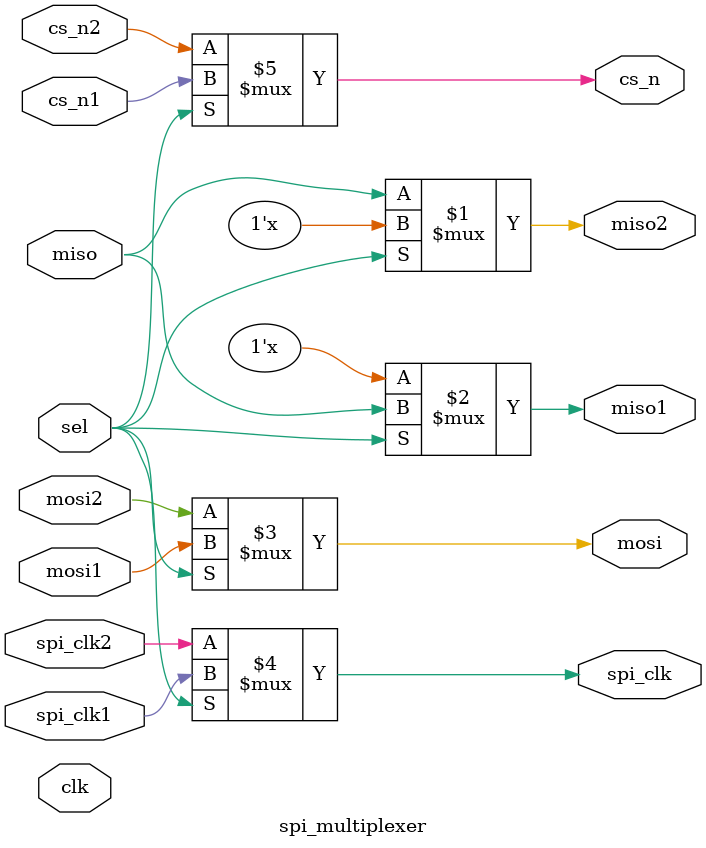
<source format=v>
module spi_multiplexer(
    input wire clk,
    input wire sel,       // Select signal: 1 for module 1, 0 for module 2

    // SPI signals from module 1
    output wire miso1,
    input wire mosi1,
    input wire spi_clk1,
    input wire cs_n1,

    // SPI signals from module 2
    output wire miso2,
    input wire mosi2,
    input wire spi_clk2,
    input wire cs_n2,

    // SPI signals to Zynq-7000
    input wire miso,
    output wire mosi,
    output wire spi_clk,
    output wire cs_n
);

    // Forward SPI signals based on sel signal
    assign miso2 = sel ? 1'bz : miso;
    assign miso1 = sel ? miso : 1'bz;
    assign mosi = sel ? mosi1 : mosi2;
    assign spi_clk = sel ? spi_clk1 : spi_clk2;
    assign cs_n = sel ? cs_n1 : cs_n2;

endmodule

</source>
